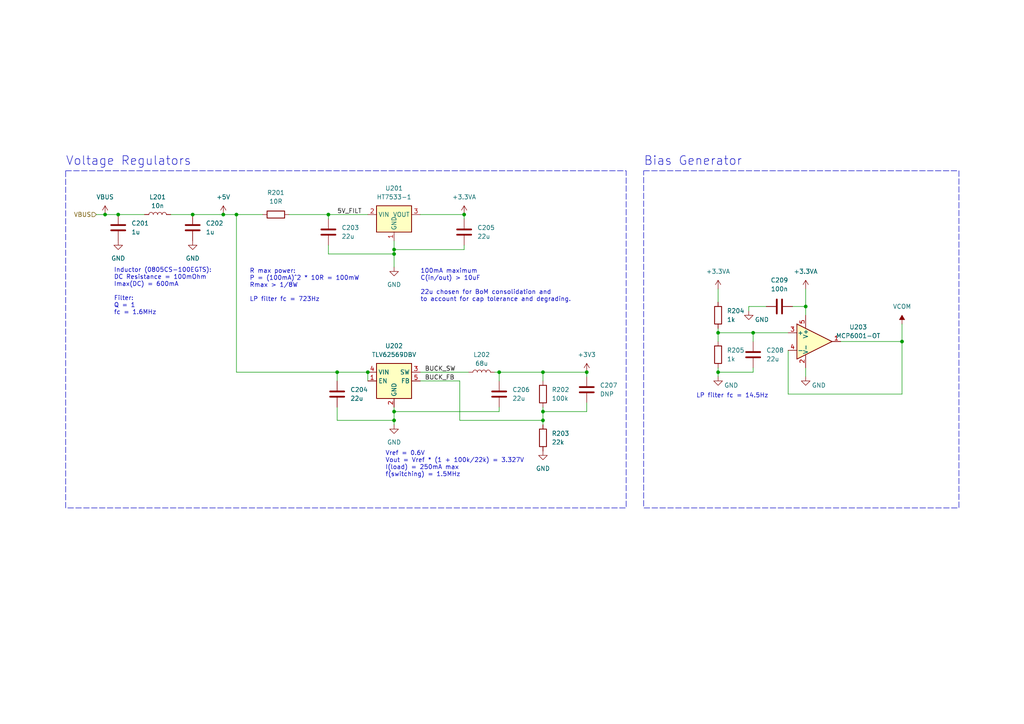
<source format=kicad_sch>
(kicad_sch (version 20230121) (generator eeschema)
  (paper "A4")
  (lib_symbols
    (symbol "Amplifier_Operational:MCP6001-OT" (pin_names (offset 0.127))
      (property "Reference" "U" (at -1.27 6.35 0))
      (property "Value" "MCP6001-OT" (at -1.27 3.81 0))
      (symbol "MCP6001-OT_0_1"
        (polyline (pts (xy -5.08 5.08) (xy 5.08 0) (xy -5.08 -5.08) (xy -5.08 5.08)) (stroke (width 0.254)) (fill (type background)))
        (pin power_in line (at -2.54 -7.62 90) (length 3.81) (name "V-") (number "2"))
        (pin power_in line (at -2.54 7.62 270) (length 3.81) (name "V+") (number "5"))
      )
      (symbol "MCP6001-OT_1_1"
        (pin output line (at 7.62 0 180) (length 2.54) (name "~") (number "1"))
        (pin input line (at -7.62 2.54 0) (length 2.54) (name "+") (number "3"))
        (pin input line (at -7.62 -2.54 0) (length 2.54) (name "-") (number "4"))
      )
    )
    (symbol "Device:C" (pin_numbers hide) (pin_names (offset 0.254))
      (property "Reference" "C" (at 0.635 2.54 0))
      (property "Value" "C" (at 0.635 -2.54 0))
      (symbol "C_0_1"
        (polyline (pts (xy -2.032 -0.762) (xy 2.032 -0.762)) (stroke (width 0.508)))
        (polyline (pts (xy -2.032 0.762) (xy 2.032 0.762)) (stroke (width 0.508)))
      )
      (symbol "C_1_1"
        (pin passive line (at 0 3.81 270) (length 2.794) (name "~") (number "1"))
        (pin passive line (at 0 -3.81 90) (length 2.794) (name "~") (number "2"))
      )
    )
    (symbol "Device:L" (pin_numbers hide) (pin_names (offset 1.016) hide)
      (property "Reference" "L" (at -1.27 0 90))
      (property "Value" "L" (at 1.905 0 90))
      (symbol "L_0_1"
        (arc (start 0 -2.54) (mid 0.6323 -1.905) (end 0 -1.27))
        (arc (start 0 -1.27) (mid 0.6323 -0.635) (end 0 0))
        (arc (start 0 0) (mid 0.6323 0.635) (end 0 1.27))
        (arc (start 0 1.27) (mid 0.6323 1.905) (end 0 2.54))
      )
      (symbol "L_1_1"
        (pin passive line (at 0 3.81 270) (length 1.27) (name "1") (number "1"))
        (pin passive line (at 0 -3.81 90) (length 1.27) (name "2") (number "2"))
      )
    )
    (symbol "Device:R" (pin_numbers hide) (pin_names (offset 0))
      (property "Reference" "R" (at 2.032 0 90))
      (property "Value" "R" (at 0 0 90))
      (symbol "R_0_1"
        (rectangle (start -1.016 -2.54) (end 1.016 2.54) (stroke (width 0.254)))
      )
      (symbol "R_1_1"
        (pin passive line (at 0 3.81 270) (length 1.27) (name "~") (number "1"))
        (pin passive line (at 0 -3.81 90) (length 1.27) (name "~") (number "2"))
      )
    )
    (symbol "Regulator_Linear:HT75xx-1-SOT89_1"
      (property "Reference" "U" (at -5.08 -3.81 0))
      (property "Value" "HT75xx-1-SOT89" (at 0 6.35 0))
      (symbol "HT75xx-1-SOT89_1_0_1"
        (rectangle (start -5.08 5.08) (end 5.08 -2.54) (stroke (width 0.254)) (fill (type background)))
      )
      (symbol "HT75xx-1-SOT89_1_1_1"
        (pin power_in line (at 0 -5.08 90) (length 2.54) (name "GND") (number "1"))
        (pin power_in line (at -7.62 2.54 0) (length 2.54) (name "VIN") (number "2"))
        (pin power_out line (at 7.62 2.54 180) (length 2.54) (name "VOUT") (number "3"))
      )
    )
    (symbol "Regulator_Switching:TLV62569DBV"
      (property "Reference" "U" (at -5.08 6.35 0))
      (property "Value" "TLV62569DBV" (at 0 6.35 0))
      (symbol "TLV62569DBV_0_1"
        (rectangle (start -5.08 5.08) (end 5.08 -5.08) (stroke (width 0.254)) (fill (type background)))
      )
      (symbol "TLV62569DBV_1_1"
        (pin input line (at -7.62 0 0) (length 2.54) (name "EN") (number "1"))
        (pin power_in line (at 0 -7.62 90) (length 2.54) (name "GND") (number "2"))
        (pin power_out line (at 7.62 2.54 180) (length 2.54) (name "SW") (number "3"))
        (pin power_in line (at -7.62 2.54 0) (length 2.54) (name "VIN") (number "4"))
        (pin input line (at 7.62 0 180) (length 2.54) (name "FB") (number "5"))
      )
    )
    (symbol "power:+3.3VA" (power) (pin_names (offset 0))
      (property "Value" "+3.3VA" (at 0 3.556 0))
      (symbol "+3.3VA_0_1"
        (polyline (pts (xy -0.762 1.27) (xy 0 2.54)))
        (polyline (pts (xy 0 0) (xy 0 2.54)))
        (polyline (pts (xy 0 2.54) (xy 0.762 1.27)))
      )
      (symbol "+3.3VA_1_1"
        (pin power_in line (at 0 0 90) (length 0) hide (name "+3.3VA") (number "1"))
      )
    )
    (symbol "power:+3V3" (power) (pin_names (offset 0))
      (property "Value" "+3V3" (at 0 3.556 0))
      (symbol "+3V3_0_1"
        (polyline (pts (xy -0.762 1.27) (xy 0 2.54)))
        (polyline (pts (xy 0 0) (xy 0 2.54)))
        (polyline (pts (xy 0 2.54) (xy 0.762 1.27)))
      )
      (symbol "+3V3_1_1"
        (pin power_in line (at 0 0 90) (length 0) hide (name "+3V3") (number "1"))
      )
    )
    (symbol "power:+5V" (power) (pin_names (offset 0))
      (property "Value" "+5V" (at 0 3.556 0))
      (symbol "+5V_0_1"
        (polyline (pts (xy -0.762 1.27) (xy 0 2.54)))
        (polyline (pts (xy 0 0) (xy 0 2.54)))
        (polyline (pts (xy 0 2.54) (xy 0.762 1.27)))
      )
      (symbol "+5V_1_1"
        (pin power_in line (at 0 0 90) (length 0) hide (name "+5V") (number "1"))
      )
    )
    (symbol "power:GND" (power) (pin_names (offset 0))
      (property "Value" "GND" (at 0 -3.81 0))
      (symbol "GND_0_1"
        (polyline (pts (xy 0 0) (xy 0 -1.27) (xy 1.27 -1.27) (xy 0 -2.54) (xy -1.27 -1.27) (xy 0 -1.27)))
      )
      (symbol "GND_1_1"
        (pin power_in line (at 0 0 270) (length 0) hide (name "GND") (number "1"))
      )
    )
    (symbol "power:VBUS" (power) (pin_names (offset 0))
      (property "Value" "VBUS" (at 0 3.81 0))
      (symbol "VBUS_0_1"
        (polyline (pts (xy -0.762 1.27) (xy 0 2.54)))
        (polyline (pts (xy 0 0) (xy 0 2.54)))
        (polyline (pts (xy 0 2.54) (xy 0.762 1.27)))
      )
      (symbol "VBUS_1_1"
        (pin power_in line (at 0 0 90) (length 0) hide (name "VBUS") (number "1"))
      )
    )
    (symbol "power:VCOM" (power) (pin_names (offset 0))
      (property "Value" "VCOM" (at 0 3.81 0))
      (symbol "VCOM_0_1"
        (polyline (pts (xy 0 0) (xy 0 2.54)))
        (polyline (pts (xy 0.762 1.27) (xy -0.762 1.27) (xy 0 2.54) (xy 0.762 1.27)) (fill (type outline)))
      )
      (symbol "VCOM_1_1"
        (pin power_in line (at 0 0 90) (length 0) hide (name "VCOM") (number "1"))
      )
    )
  )
  (junction (at 261.62 99.06))
  (junction (at 34.29 62.23))
  (junction (at 144.78 107.95))
  (junction (at 114.3 121.92))
  (junction (at 114.3 73.66))
  (junction (at 114.3 119.38))
  (junction (at 55.88 62.23))
  (junction (at 30.48 62.23))
  (junction (at 97.79 107.95))
  (junction (at 157.48 107.95))
  (junction (at 218.44 96.52))
  (junction (at 134.62 62.23))
  (junction (at 68.58 62.23))
  (junction (at 170.18 107.95))
  (junction (at 95.25 62.23))
  (junction (at 114.3 72.39))
  (junction (at 157.48 119.38))
  (junction (at 106.68 107.95))
  (junction (at 208.28 96.52))
  (junction (at 64.77 62.23))
  (junction (at 157.48 121.92))
  (junction (at 208.28 107.95))
  (junction (at 233.68 88.9))
  (wire (pts (xy 27.94 62.23) (xy 30.48 62.23)))
  (wire (pts (xy 95.25 73.66) (xy 95.25 71.12)))
  (wire (pts (xy 228.6 96.52) (xy 218.44 96.52)))
  (wire (pts (xy 170.18 109.22) (xy 170.18 107.95)))
  (wire (pts (xy 208.28 107.95) (xy 208.28 106.68)))
  (wire (pts (xy 261.62 99.06) (xy 261.62 114.3)))
  (wire (pts (xy 157.48 118.11) (xy 157.48 119.38)))
  (wire (pts (xy 208.28 107.95) (xy 218.44 107.95)))
  (wire (pts (xy 217.17 88.9) (xy 222.25 88.9)))
  (wire (pts (xy 143.51 107.95) (xy 144.78 107.95)))
  (wire (pts (xy 121.92 62.23) (xy 134.62 62.23)))
  (wire (pts (xy 97.79 110.49) (xy 97.79 107.95)))
  (wire (pts (xy 217.17 88.9) (xy 217.17 90.17)))
  (wire (pts (xy 134.62 71.12) (xy 134.62 72.39)))
  (wire (pts (xy 34.29 62.23) (xy 41.91 62.23)))
  (wire (pts (xy 144.78 110.49) (xy 144.78 107.95)))
  (wire (pts (xy 144.78 119.38) (xy 144.78 118.11)))
  (wire (pts (xy 76.2 62.23) (xy 68.58 62.23)))
  (wire (pts (xy 114.3 119.38) (xy 114.3 121.92)))
  (wire (pts (xy 233.68 88.9) (xy 233.68 91.44)))
  (wire (pts (xy 170.18 119.38) (xy 157.48 119.38)))
  (wire (pts (xy 233.68 83.82) (xy 233.68 88.9)))
  (wire (pts (xy 95.25 73.66) (xy 114.3 73.66)))
  (wire (pts (xy 157.48 110.49) (xy 157.48 107.95)))
  (wire (pts (xy 228.6 114.3) (xy 228.6 101.6)))
  (wire (pts (xy 49.53 62.23) (xy 55.88 62.23)))
  (wire (pts (xy 133.35 110.49) (xy 133.35 121.92)))
  (wire (pts (xy 208.28 96.52) (xy 208.28 99.06)))
  (wire (pts (xy 114.3 119.38) (xy 114.3 118.11)))
  (wire (pts (xy 261.62 93.98) (xy 261.62 99.06)))
  (wire (pts (xy 106.68 107.95) (xy 106.68 110.49)))
  (wire (pts (xy 208.28 107.95) (xy 208.28 109.22)))
  (wire (pts (xy 68.58 107.95) (xy 97.79 107.95)))
  (wire (pts (xy 114.3 72.39) (xy 114.3 73.66)))
  (wire (pts (xy 55.88 62.23) (xy 64.77 62.23)))
  (wire (pts (xy 114.3 69.85) (xy 114.3 72.39)))
  (wire (pts (xy 121.92 110.49) (xy 133.35 110.49)))
  (wire (pts (xy 229.87 88.9) (xy 233.68 88.9)))
  (wire (pts (xy 243.84 99.06) (xy 261.62 99.06)))
  (wire (pts (xy 95.25 62.23) (xy 106.68 62.23)))
  (wire (pts (xy 157.48 121.92) (xy 157.48 123.19)))
  (wire (pts (xy 218.44 96.52) (xy 218.44 99.06)))
  (wire (pts (xy 208.28 83.82) (xy 208.28 87.63)))
  (wire (pts (xy 208.28 95.25) (xy 208.28 96.52)))
  (wire (pts (xy 218.44 96.52) (xy 208.28 96.52)))
  (wire (pts (xy 170.18 116.84) (xy 170.18 119.38)))
  (wire (pts (xy 64.77 62.23) (xy 68.58 62.23)))
  (wire (pts (xy 95.25 63.5) (xy 95.25 62.23)))
  (wire (pts (xy 97.79 118.11) (xy 97.79 121.92)))
  (wire (pts (xy 30.48 62.23) (xy 34.29 62.23)))
  (wire (pts (xy 121.92 107.95) (xy 135.89 107.95)))
  (wire (pts (xy 114.3 119.38) (xy 144.78 119.38)))
  (wire (pts (xy 134.62 63.5) (xy 134.62 62.23)))
  (wire (pts (xy 114.3 121.92) (xy 114.3 123.19)))
  (wire (pts (xy 133.35 121.92) (xy 157.48 121.92)))
  (wire (pts (xy 134.62 72.39) (xy 114.3 72.39)))
  (wire (pts (xy 218.44 107.95) (xy 218.44 106.68)))
  (wire (pts (xy 233.68 106.68) (xy 233.68 109.22)))
  (wire (pts (xy 114.3 73.66) (xy 114.3 77.47)))
  (wire (pts (xy 144.78 107.95) (xy 157.48 107.95)))
  (wire (pts (xy 97.79 121.92) (xy 114.3 121.92)))
  (wire (pts (xy 97.79 107.95) (xy 106.68 107.95)))
  (wire (pts (xy 83.82 62.23) (xy 95.25 62.23)))
  (wire (pts (xy 68.58 62.23) (xy 68.58 107.95)))
  (wire (pts (xy 261.62 114.3) (xy 228.6 114.3)))
  (wire (pts (xy 157.48 119.38) (xy 157.48 121.92)))
  (wire (pts (xy 157.48 107.95) (xy 170.18 107.95)))
  (rectangle (start 186.69 49.53) (end 278.13 147.32) (stroke (width 0) (type dash)))
  (rectangle (start 19.05 49.53) (end 181.61 147.32) (stroke (width 0) (type dash)))
  (text "Vref = 0.6V\nVout = Vref * (1 + 100k/22k) = 3.327V\nI(load) = 250mA max\nf(switching) = 1.5MHz" (at 111.76 138.43 0) (effects (font (size 1.27 1.27)) (justify left bottom)))
  (text "R max power: \nP = (100mA)^2 * 10R = 100mW\nRmax > 1/8W\n\nLP filter fc = 723Hz" (at 72.39 87.63 0) (effects (font (size 1.27 1.27)) (justify left bottom)))
  (text "LP filter fc = 14.5Hz" (at 201.93 115.57 0) (effects (font (size 1.27 1.27)) (justify left bottom)))
  (text "Voltage Regulators" (at 19.05 48.26 0) (effects (font (size 2.54 2.54)) (justify left bottom)))
  (text "100mA maximum\nC(in/out) > 10uF\n\n22u chosen for BoM consolidation and\nto account for cap tolerance and degrading." (at 121.92 87.63 0) (effects (font (size 1.27 1.27)) (justify left bottom)))
  (text "Bias Generator" (at 186.69 48.26 0) (effects (font (size 2.54 2.54)) (justify left bottom)))
  (text "Inductor (0805CS-100EGTS):\nDC Resistance = 100mOhm\nImax(DC) = 600mA\n\nFilter:\nQ = 1\nfc = 1.6MHz" (at 33.02 91.44 0) (effects (font (size 1.27 1.27)) (justify left bottom)))
  (label "BUCK_FB" (at 123.19 110.49 0))
  (label "5V_FILT" (at 97.79 62.23 0))
  (label "BUCK_SW" (at 123.19 107.95 0))
  (hierarchical_label "VBUS" (shape input) (at 27.94 62.23 180))
  (symbol (lib_id "Device:R") (at 208.28 91.44 180) (unit 1)
    (property "Reference" "R204" (at 210.82 90.17 0) (effects (justify right)))
    (property "Value" "1k" (at 210.82 92.71 0) (effects (justify right)))
    (property "Footprint" "Resistor_SMD:R_0805_2012Metric" (effects hide))
  )
  (symbol (lib_id "Device:R") (at 80.01 62.23 90) (unit 1)
    (property "Reference" "R201" (at 80.01 55.88 90))
    (property "Value" "10R" (at 80.01 58.42 90))
    (property "Footprint" "Resistor_SMD:R_0805_2012Metric" (effects hide))
  )
  (symbol (lib_id "power:GND") (at 217.17 90.17 0) (unit 1)
    (property "Reference" "#PWR0212" (effects hide))
    (property "Value" "GND" (at 220.98 92.71 0))
  )
  (symbol (lib_id "Regulator_Switching:TLV62569DBV") (at 114.3 110.49 0) (unit 1)
    (property "Reference" "U202" (at 114.3 100.33 0))
    (property "Value" "TLV62569DBV" (at 114.3 102.87 0))
    (property "Footprint" "Package_TO_SOT_SMD:SOT-23-5" (effects hide))
    (property "Datasheet" "http://www.ti.com/lit/ds/symlink/tlv62569.pdf" (effects hide))
  )
  (symbol (lib_id "power:GND") (at 157.48 130.81 0) (unit 1)
    (property "Reference" "#PWR0208" (effects hide))
    (property "Value" "GND" (at 157.48 135.89 0))
  )
  (symbol (lib_id "power:+5V") (at 64.77 62.23 0) (unit 1)
    (property "Reference" "#PWR0204" (effects hide))
    (property "Value" "+5V" (at 64.77 57.15 0))
  )
  (symbol (lib_id "power:GND") (at 34.29 69.85 0) (unit 1)
    (property "Reference" "#PWR0202" (effects hide))
    (property "Value" "GND" (at 34.29 74.93 0))
  )
  (symbol (lib_id "Device:C") (at 34.29 66.04 0) (unit 1)
    (property "Reference" "C201" (at 38.1 64.77 0) (effects (justify left)))
    (property "Value" "1u" (at 38.1 67.31 0) (effects (justify left)))
    (property "Footprint" "Capacitor_SMD:C_0805_2012Metric" (effects hide))
  )
  (symbol (lib_id "Device:C") (at 144.78 114.3 0) (unit 1)
    (property "Reference" "C206" (at 148.59 113.03 0) (effects (justify left)))
    (property "Value" "22u" (at 148.59 115.57 0) (effects (justify left)))
    (property "Footprint" "Capacitor_SMD:C_0805_2012Metric" (effects hide))
  )
  (symbol (lib_id "power:GND") (at 233.68 109.22 0) (unit 1)
    (property "Reference" "#PWR0214" (effects hide))
    (property "Value" "GND" (at 237.49 111.76 0))
  )
  (symbol (lib_id "Device:C") (at 218.44 102.87 0) (unit 1)
    (property "Reference" "C208" (at 222.25 101.6 0) (effects (justify left)))
    (property "Value" "22u" (at 222.25 104.14 0) (effects (justify left)))
    (property "Footprint" "Capacitor_SMD:C_0805_2012Metric" (effects hide))
  )
  (symbol (lib_id "Device:R") (at 157.48 114.3 180) (unit 1)
    (property "Reference" "R202" (at 160.02 113.03 0) (effects (justify right)))
    (property "Value" "100k" (at 160.02 115.57 0) (effects (justify right)))
    (property "Footprint" "Resistor_SMD:R_0805_2012Metric" (effects hide))
  )
  (symbol (lib_id "Device:C") (at 226.06 88.9 90) (unit 1)
    (property "Reference" "C209" (at 226.06 81.28 90))
    (property "Value" "100n" (at 226.06 83.82 90))
    (property "Footprint" "Capacitor_SMD:C_0805_2012Metric" (effects hide))
  )
  (symbol (lib_id "Device:L") (at 45.72 62.23 90) (unit 1)
    (property "Reference" "L201" (at 45.72 57.15 90))
    (property "Value" "10n" (at 45.72 59.69 90))
    (property "Footprint" "Inductor_SMD:L_0805_2012Metric" (effects hide))
  )
  (symbol (lib_id "power:GND") (at 114.3 77.47 0) (unit 1)
    (property "Reference" "#PWR0205" (effects hide))
    (property "Value" "GND" (at 114.3 82.55 0))
  )
  (symbol (lib_id "Device:C") (at 134.62 67.31 0) (unit 1)
    (property "Reference" "C205" (at 138.43 66.04 0) (effects (justify left)))
    (property "Value" "22u" (at 138.43 68.58 0) (effects (justify left)))
    (property "Footprint" "Capacitor_SMD:C_0805_2012Metric" (effects hide))
  )
  (symbol (lib_id "power:VBUS") (at 30.48 62.23 0) (unit 1)
    (property "Reference" "#PWR0201" (effects hide))
    (property "Value" "VBUS" (at 30.48 57.15 0))
  )
  (symbol (lib_id "Device:C") (at 170.18 113.03 0) (unit 1)
    (property "Reference" "C207" (at 173.99 111.76 0) (effects (justify left)))
    (property "Value" "DNP" (at 173.99 114.3 0) (effects (justify left)))
    (property "Footprint" "Capacitor_SMD:C_0805_2012Metric" (effects hide))
  )
  (symbol (lib_id "power:+3.3VA") (at 233.68 83.82 0) (unit 1)
    (property "Reference" "#PWR0213" (effects hide))
    (property "Value" "+3.3VA" (at 233.68 78.74 0))
  )
  (symbol (lib_id "power:+3.3VA") (at 208.28 83.82 0) (unit 1)
    (property "Reference" "#PWR0210" (effects hide))
    (property "Value" "+3.3VA" (at 208.28 78.74 0))
  )
  (symbol (lib_id "Device:C") (at 97.79 114.3 0) (unit 1)
    (property "Reference" "C204" (at 101.6 113.03 0) (effects (justify left)))
    (property "Value" "22u" (at 101.6 115.57 0) (effects (justify left)))
    (property "Footprint" "Capacitor_SMD:C_0805_2012Metric" (effects hide))
  )
  (symbol (lib_id "Device:C") (at 55.88 66.04 0) (unit 1)
    (property "Reference" "C202" (at 59.69 64.77 0) (effects (justify left)))
    (property "Value" "1u" (at 59.69 67.31 0) (effects (justify left)))
    (property "Footprint" "Capacitor_SMD:C_0805_2012Metric" (effects hide))
  )
  (symbol (lib_id "power:VCOM") (at 261.62 93.98 0) (unit 1)
    (property "Reference" "#PWR0215" (effects hide))
    (property "Value" "VCOM" (at 261.62 88.9 0))
  )
  (symbol (lib_id "power:+3V3") (at 170.18 107.95 0) (unit 1)
    (property "Reference" "#PWR0209" (effects hide))
    (property "Value" "+3V3" (at 170.18 102.87 0))
  )
  (symbol (lib_id "Regulator_Linear:HT75xx-1-SOT89_1") (at 114.3 64.77 0) (unit 1)
    (property "Reference" "U201" (at 114.3 54.61 0))
    (property "Value" "HT7533-1" (at 114.3 57.15 0))
    (property "Footprint" "Package_TO_SOT_SMD:SOT-89-3" (effects hide))
    (property "Datasheet" "https://www.holtek.com/documents/10179/116711/HT75xx-1v250.pdf" (effects hide))
  )
  (symbol (lib_id "power:+3.3VA") (at 134.62 62.23 0) (unit 1)
    (property "Reference" "#PWR0207" (effects hide))
    (property "Value" "+3.3VA" (at 134.62 57.15 0))
  )
  (symbol (lib_id "Device:L") (at 139.7 107.95 90) (unit 1)
    (property "Reference" "L202" (at 139.7 102.87 90))
    (property "Value" "68u" (at 139.7 105.41 90))
  )
  (symbol (lib_id "Device:C") (at 95.25 67.31 0) (unit 1)
    (property "Reference" "C203" (at 99.06 66.04 0) (effects (justify left)))
    (property "Value" "22u" (at 99.06 68.58 0) (effects (justify left)))
    (property "Footprint" "Capacitor_SMD:C_0805_2012Metric" (effects hide))
  )
  (symbol (lib_id "power:GND") (at 55.88 69.85 0) (unit 1)
    (property "Reference" "#PWR0203" (effects hide))
    (property "Value" "GND" (at 55.88 74.93 0))
  )
  (symbol (lib_id "Amplifier_Operational:MCP6001-OT") (at 236.22 99.06 0) (unit 1)
    (property "Reference" "U203" (at 248.92 94.8691 0))
    (property "Value" "MCP6001-OT" (at 248.92 97.4091 0))
    (property "Footprint" "Package_TO_SOT_SMD:SOT-23-5" (effects hide))
    (property "Datasheet" "http://ww1.microchip.com/downloads/en/DeviceDoc/21733j.pdf" (effects hide))
  )
  (symbol (lib_id "Device:R") (at 208.28 102.87 180) (unit 1)
    (property "Reference" "R205" (at 210.82 101.6 0) (effects (justify right)))
    (property "Value" "1k" (at 210.82 104.14 0) (effects (justify right)))
    (property "Footprint" "Resistor_SMD:R_0805_2012Metric" (effects hide))
  )
  (symbol (lib_id "power:GND") (at 114.3 123.19 0) (unit 1)
    (property "Reference" "#PWR0206" (effects hide))
    (property "Value" "GND" (at 114.3 128.27 0))
  )
  (symbol (lib_id "Device:R") (at 157.48 127 180) (unit 1)
    (property "Reference" "R203" (at 160.02 125.73 0) (effects (justify right)))
    (property "Value" "22k" (at 160.02 128.27 0) (effects (justify right)))
    (property "Footprint" "Resistor_SMD:R_0805_2012Metric" (effects hide))
  )
  (symbol (lib_id "power:GND") (at 208.28 109.22 0) (unit 1)
    (property "Reference" "#PWR0211" (effects hide))
    (property "Value" "GND" (at 212.09 111.76 0))
  )
)
</source>
